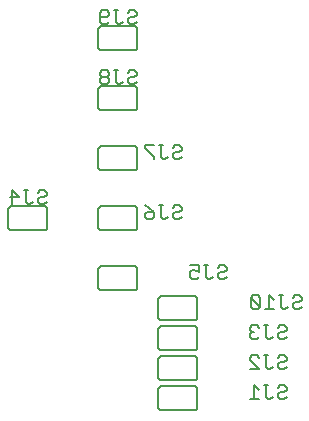
<source format=gbo>
G04 EAGLE Gerber RS-274X export*
G75*
%MOMM*%
%FSLAX34Y34*%
%LPD*%
%INSilkscreen Bottom*%
%IPPOS*%
%AMOC8*
5,1,8,0,0,1.08239X$1,22.5*%
G01*
%ADD10C,0.152400*%
%ADD11C,0.127000*%


D10*
X290830Y320040D02*
X318770Y320040D01*
X290830Y340360D02*
X290730Y340358D01*
X290631Y340352D01*
X290531Y340342D01*
X290433Y340329D01*
X290334Y340311D01*
X290237Y340290D01*
X290141Y340265D01*
X290045Y340236D01*
X289951Y340203D01*
X289858Y340167D01*
X289767Y340127D01*
X289677Y340083D01*
X289589Y340036D01*
X289503Y339986D01*
X289419Y339932D01*
X289337Y339875D01*
X289258Y339815D01*
X289180Y339751D01*
X289106Y339685D01*
X289034Y339616D01*
X288965Y339544D01*
X288899Y339470D01*
X288835Y339392D01*
X288775Y339313D01*
X288718Y339231D01*
X288664Y339147D01*
X288614Y339061D01*
X288567Y338973D01*
X288523Y338883D01*
X288483Y338792D01*
X288447Y338699D01*
X288414Y338605D01*
X288385Y338509D01*
X288360Y338413D01*
X288339Y338316D01*
X288321Y338217D01*
X288308Y338119D01*
X288298Y338019D01*
X288292Y337920D01*
X288290Y337820D01*
X318770Y340360D02*
X318870Y340358D01*
X318969Y340352D01*
X319069Y340342D01*
X319167Y340329D01*
X319266Y340311D01*
X319363Y340290D01*
X319459Y340265D01*
X319555Y340236D01*
X319649Y340203D01*
X319742Y340167D01*
X319833Y340127D01*
X319923Y340083D01*
X320011Y340036D01*
X320097Y339986D01*
X320181Y339932D01*
X320263Y339875D01*
X320342Y339815D01*
X320420Y339751D01*
X320494Y339685D01*
X320566Y339616D01*
X320635Y339544D01*
X320701Y339470D01*
X320765Y339392D01*
X320825Y339313D01*
X320882Y339231D01*
X320936Y339147D01*
X320986Y339061D01*
X321033Y338973D01*
X321077Y338883D01*
X321117Y338792D01*
X321153Y338699D01*
X321186Y338605D01*
X321215Y338509D01*
X321240Y338413D01*
X321261Y338316D01*
X321279Y338217D01*
X321292Y338119D01*
X321302Y338019D01*
X321308Y337920D01*
X321310Y337820D01*
X321310Y322580D02*
X321308Y322480D01*
X321302Y322381D01*
X321292Y322281D01*
X321279Y322183D01*
X321261Y322084D01*
X321240Y321987D01*
X321215Y321891D01*
X321186Y321795D01*
X321153Y321701D01*
X321117Y321608D01*
X321077Y321517D01*
X321033Y321427D01*
X320986Y321339D01*
X320936Y321253D01*
X320882Y321169D01*
X320825Y321087D01*
X320765Y321008D01*
X320701Y320930D01*
X320635Y320856D01*
X320566Y320784D01*
X320494Y320715D01*
X320420Y320649D01*
X320342Y320585D01*
X320263Y320525D01*
X320181Y320468D01*
X320097Y320414D01*
X320011Y320364D01*
X319923Y320317D01*
X319833Y320273D01*
X319742Y320233D01*
X319649Y320197D01*
X319555Y320164D01*
X319459Y320135D01*
X319363Y320110D01*
X319266Y320089D01*
X319167Y320071D01*
X319069Y320058D01*
X318969Y320048D01*
X318870Y320042D01*
X318770Y320040D01*
X290830Y320040D02*
X290730Y320042D01*
X290631Y320048D01*
X290531Y320058D01*
X290433Y320071D01*
X290334Y320089D01*
X290237Y320110D01*
X290141Y320135D01*
X290045Y320164D01*
X289951Y320197D01*
X289858Y320233D01*
X289767Y320273D01*
X289677Y320317D01*
X289589Y320364D01*
X289503Y320414D01*
X289419Y320468D01*
X289337Y320525D01*
X289258Y320585D01*
X289180Y320649D01*
X289106Y320715D01*
X289034Y320784D01*
X288965Y320856D01*
X288899Y320930D01*
X288835Y321008D01*
X288775Y321087D01*
X288718Y321169D01*
X288664Y321253D01*
X288614Y321339D01*
X288567Y321427D01*
X288523Y321517D01*
X288483Y321608D01*
X288447Y321701D01*
X288414Y321795D01*
X288385Y321891D01*
X288360Y321987D01*
X288339Y322084D01*
X288321Y322183D01*
X288308Y322281D01*
X288298Y322381D01*
X288292Y322480D01*
X288290Y322580D01*
X288290Y337820D01*
X321310Y337820D02*
X321310Y322580D01*
X318770Y340360D02*
X290830Y340360D01*
D11*
X389249Y339098D02*
X391155Y341005D01*
X394968Y341005D01*
X396875Y339098D01*
X396875Y337192D01*
X394968Y335285D01*
X391155Y335285D01*
X389249Y333378D01*
X389249Y331472D01*
X391155Y329565D01*
X394968Y329565D01*
X396875Y331472D01*
X385181Y331472D02*
X383274Y329565D01*
X381368Y329565D01*
X379461Y331472D01*
X379461Y341005D01*
X377555Y341005D02*
X381368Y341005D01*
X373487Y337192D02*
X369674Y341005D01*
X369674Y329565D01*
X373487Y329565D02*
X365861Y329565D01*
D10*
X318770Y345440D02*
X290830Y345440D01*
X288290Y363220D02*
X288292Y363320D01*
X288298Y363419D01*
X288308Y363519D01*
X288321Y363617D01*
X288339Y363716D01*
X288360Y363813D01*
X288385Y363909D01*
X288414Y364005D01*
X288447Y364099D01*
X288483Y364192D01*
X288523Y364283D01*
X288567Y364373D01*
X288614Y364461D01*
X288664Y364547D01*
X288718Y364631D01*
X288775Y364713D01*
X288835Y364792D01*
X288899Y364870D01*
X288965Y364944D01*
X289034Y365016D01*
X289106Y365085D01*
X289180Y365151D01*
X289258Y365215D01*
X289337Y365275D01*
X289419Y365332D01*
X289503Y365386D01*
X289589Y365436D01*
X289677Y365483D01*
X289767Y365527D01*
X289858Y365567D01*
X289951Y365603D01*
X290045Y365636D01*
X290141Y365665D01*
X290237Y365690D01*
X290334Y365711D01*
X290433Y365729D01*
X290531Y365742D01*
X290631Y365752D01*
X290730Y365758D01*
X290830Y365760D01*
X318770Y365760D02*
X318870Y365758D01*
X318969Y365752D01*
X319069Y365742D01*
X319167Y365729D01*
X319266Y365711D01*
X319363Y365690D01*
X319459Y365665D01*
X319555Y365636D01*
X319649Y365603D01*
X319742Y365567D01*
X319833Y365527D01*
X319923Y365483D01*
X320011Y365436D01*
X320097Y365386D01*
X320181Y365332D01*
X320263Y365275D01*
X320342Y365215D01*
X320420Y365151D01*
X320494Y365085D01*
X320566Y365016D01*
X320635Y364944D01*
X320701Y364870D01*
X320765Y364792D01*
X320825Y364713D01*
X320882Y364631D01*
X320936Y364547D01*
X320986Y364461D01*
X321033Y364373D01*
X321077Y364283D01*
X321117Y364192D01*
X321153Y364099D01*
X321186Y364005D01*
X321215Y363909D01*
X321240Y363813D01*
X321261Y363716D01*
X321279Y363617D01*
X321292Y363519D01*
X321302Y363419D01*
X321308Y363320D01*
X321310Y363220D01*
X321310Y347980D02*
X321308Y347880D01*
X321302Y347781D01*
X321292Y347681D01*
X321279Y347583D01*
X321261Y347484D01*
X321240Y347387D01*
X321215Y347291D01*
X321186Y347195D01*
X321153Y347101D01*
X321117Y347008D01*
X321077Y346917D01*
X321033Y346827D01*
X320986Y346739D01*
X320936Y346653D01*
X320882Y346569D01*
X320825Y346487D01*
X320765Y346408D01*
X320701Y346330D01*
X320635Y346256D01*
X320566Y346184D01*
X320494Y346115D01*
X320420Y346049D01*
X320342Y345985D01*
X320263Y345925D01*
X320181Y345868D01*
X320097Y345814D01*
X320011Y345764D01*
X319923Y345717D01*
X319833Y345673D01*
X319742Y345633D01*
X319649Y345597D01*
X319555Y345564D01*
X319459Y345535D01*
X319363Y345510D01*
X319266Y345489D01*
X319167Y345471D01*
X319069Y345458D01*
X318969Y345448D01*
X318870Y345442D01*
X318770Y345440D01*
X290830Y345440D02*
X290730Y345442D01*
X290631Y345448D01*
X290531Y345458D01*
X290433Y345471D01*
X290334Y345489D01*
X290237Y345510D01*
X290141Y345535D01*
X290045Y345564D01*
X289951Y345597D01*
X289858Y345633D01*
X289767Y345673D01*
X289677Y345717D01*
X289589Y345764D01*
X289503Y345814D01*
X289419Y345868D01*
X289337Y345925D01*
X289258Y345985D01*
X289180Y346049D01*
X289106Y346115D01*
X289034Y346184D01*
X288965Y346256D01*
X288899Y346330D01*
X288835Y346408D01*
X288775Y346487D01*
X288718Y346569D01*
X288664Y346653D01*
X288614Y346739D01*
X288567Y346827D01*
X288523Y346917D01*
X288483Y347008D01*
X288447Y347101D01*
X288414Y347195D01*
X288385Y347291D01*
X288360Y347387D01*
X288339Y347484D01*
X288321Y347583D01*
X288308Y347681D01*
X288298Y347781D01*
X288292Y347880D01*
X288290Y347980D01*
X288290Y363220D01*
X321310Y363220D02*
X321310Y347980D01*
X318770Y365760D02*
X290830Y365760D01*
D11*
X389249Y364498D02*
X391155Y366405D01*
X394968Y366405D01*
X396875Y364498D01*
X396875Y362592D01*
X394968Y360685D01*
X391155Y360685D01*
X389249Y358778D01*
X389249Y356872D01*
X391155Y354965D01*
X394968Y354965D01*
X396875Y356872D01*
X385181Y356872D02*
X383274Y354965D01*
X381368Y354965D01*
X379461Y356872D01*
X379461Y366405D01*
X377555Y366405D02*
X381368Y366405D01*
X373487Y354965D02*
X365861Y354965D01*
X373487Y354965D02*
X365861Y362592D01*
X365861Y364498D01*
X367767Y366405D01*
X371580Y366405D01*
X373487Y364498D01*
D10*
X318770Y370840D02*
X290830Y370840D01*
X288290Y388620D02*
X288292Y388720D01*
X288298Y388819D01*
X288308Y388919D01*
X288321Y389017D01*
X288339Y389116D01*
X288360Y389213D01*
X288385Y389309D01*
X288414Y389405D01*
X288447Y389499D01*
X288483Y389592D01*
X288523Y389683D01*
X288567Y389773D01*
X288614Y389861D01*
X288664Y389947D01*
X288718Y390031D01*
X288775Y390113D01*
X288835Y390192D01*
X288899Y390270D01*
X288965Y390344D01*
X289034Y390416D01*
X289106Y390485D01*
X289180Y390551D01*
X289258Y390615D01*
X289337Y390675D01*
X289419Y390732D01*
X289503Y390786D01*
X289589Y390836D01*
X289677Y390883D01*
X289767Y390927D01*
X289858Y390967D01*
X289951Y391003D01*
X290045Y391036D01*
X290141Y391065D01*
X290237Y391090D01*
X290334Y391111D01*
X290433Y391129D01*
X290531Y391142D01*
X290631Y391152D01*
X290730Y391158D01*
X290830Y391160D01*
X318770Y391160D02*
X318870Y391158D01*
X318969Y391152D01*
X319069Y391142D01*
X319167Y391129D01*
X319266Y391111D01*
X319363Y391090D01*
X319459Y391065D01*
X319555Y391036D01*
X319649Y391003D01*
X319742Y390967D01*
X319833Y390927D01*
X319923Y390883D01*
X320011Y390836D01*
X320097Y390786D01*
X320181Y390732D01*
X320263Y390675D01*
X320342Y390615D01*
X320420Y390551D01*
X320494Y390485D01*
X320566Y390416D01*
X320635Y390344D01*
X320701Y390270D01*
X320765Y390192D01*
X320825Y390113D01*
X320882Y390031D01*
X320936Y389947D01*
X320986Y389861D01*
X321033Y389773D01*
X321077Y389683D01*
X321117Y389592D01*
X321153Y389499D01*
X321186Y389405D01*
X321215Y389309D01*
X321240Y389213D01*
X321261Y389116D01*
X321279Y389017D01*
X321292Y388919D01*
X321302Y388819D01*
X321308Y388720D01*
X321310Y388620D01*
X321310Y373380D02*
X321308Y373280D01*
X321302Y373181D01*
X321292Y373081D01*
X321279Y372983D01*
X321261Y372884D01*
X321240Y372787D01*
X321215Y372691D01*
X321186Y372595D01*
X321153Y372501D01*
X321117Y372408D01*
X321077Y372317D01*
X321033Y372227D01*
X320986Y372139D01*
X320936Y372053D01*
X320882Y371969D01*
X320825Y371887D01*
X320765Y371808D01*
X320701Y371730D01*
X320635Y371656D01*
X320566Y371584D01*
X320494Y371515D01*
X320420Y371449D01*
X320342Y371385D01*
X320263Y371325D01*
X320181Y371268D01*
X320097Y371214D01*
X320011Y371164D01*
X319923Y371117D01*
X319833Y371073D01*
X319742Y371033D01*
X319649Y370997D01*
X319555Y370964D01*
X319459Y370935D01*
X319363Y370910D01*
X319266Y370889D01*
X319167Y370871D01*
X319069Y370858D01*
X318969Y370848D01*
X318870Y370842D01*
X318770Y370840D01*
X290830Y370840D02*
X290730Y370842D01*
X290631Y370848D01*
X290531Y370858D01*
X290433Y370871D01*
X290334Y370889D01*
X290237Y370910D01*
X290141Y370935D01*
X290045Y370964D01*
X289951Y370997D01*
X289858Y371033D01*
X289767Y371073D01*
X289677Y371117D01*
X289589Y371164D01*
X289503Y371214D01*
X289419Y371268D01*
X289337Y371325D01*
X289258Y371385D01*
X289180Y371449D01*
X289106Y371515D01*
X289034Y371584D01*
X288965Y371656D01*
X288899Y371730D01*
X288835Y371808D01*
X288775Y371887D01*
X288718Y371969D01*
X288664Y372053D01*
X288614Y372139D01*
X288567Y372227D01*
X288523Y372317D01*
X288483Y372408D01*
X288447Y372501D01*
X288414Y372595D01*
X288385Y372691D01*
X288360Y372787D01*
X288339Y372884D01*
X288321Y372983D01*
X288308Y373081D01*
X288298Y373181D01*
X288292Y373280D01*
X288290Y373380D01*
X288290Y388620D01*
X321310Y388620D02*
X321310Y373380D01*
X318770Y391160D02*
X290830Y391160D01*
D11*
X389249Y389898D02*
X391155Y391805D01*
X394968Y391805D01*
X396875Y389898D01*
X396875Y387992D01*
X394968Y386085D01*
X391155Y386085D01*
X389249Y384178D01*
X389249Y382272D01*
X391155Y380365D01*
X394968Y380365D01*
X396875Y382272D01*
X385181Y382272D02*
X383274Y380365D01*
X381368Y380365D01*
X379461Y382272D01*
X379461Y391805D01*
X377555Y391805D02*
X381368Y391805D01*
X373487Y389898D02*
X371580Y391805D01*
X367767Y391805D01*
X365861Y389898D01*
X365861Y387992D01*
X367767Y386085D01*
X369674Y386085D01*
X367767Y386085D02*
X365861Y384178D01*
X365861Y382272D01*
X367767Y380365D01*
X371580Y380365D01*
X373487Y382272D01*
D10*
X191770Y472440D02*
X163830Y472440D01*
X161290Y490220D02*
X161292Y490320D01*
X161298Y490419D01*
X161308Y490519D01*
X161321Y490617D01*
X161339Y490716D01*
X161360Y490813D01*
X161385Y490909D01*
X161414Y491005D01*
X161447Y491099D01*
X161483Y491192D01*
X161523Y491283D01*
X161567Y491373D01*
X161614Y491461D01*
X161664Y491547D01*
X161718Y491631D01*
X161775Y491713D01*
X161835Y491792D01*
X161899Y491870D01*
X161965Y491944D01*
X162034Y492016D01*
X162106Y492085D01*
X162180Y492151D01*
X162258Y492215D01*
X162337Y492275D01*
X162419Y492332D01*
X162503Y492386D01*
X162589Y492436D01*
X162677Y492483D01*
X162767Y492527D01*
X162858Y492567D01*
X162951Y492603D01*
X163045Y492636D01*
X163141Y492665D01*
X163237Y492690D01*
X163334Y492711D01*
X163433Y492729D01*
X163531Y492742D01*
X163631Y492752D01*
X163730Y492758D01*
X163830Y492760D01*
X191770Y492760D02*
X191870Y492758D01*
X191969Y492752D01*
X192069Y492742D01*
X192167Y492729D01*
X192266Y492711D01*
X192363Y492690D01*
X192459Y492665D01*
X192555Y492636D01*
X192649Y492603D01*
X192742Y492567D01*
X192833Y492527D01*
X192923Y492483D01*
X193011Y492436D01*
X193097Y492386D01*
X193181Y492332D01*
X193263Y492275D01*
X193342Y492215D01*
X193420Y492151D01*
X193494Y492085D01*
X193566Y492016D01*
X193635Y491944D01*
X193701Y491870D01*
X193765Y491792D01*
X193825Y491713D01*
X193882Y491631D01*
X193936Y491547D01*
X193986Y491461D01*
X194033Y491373D01*
X194077Y491283D01*
X194117Y491192D01*
X194153Y491099D01*
X194186Y491005D01*
X194215Y490909D01*
X194240Y490813D01*
X194261Y490716D01*
X194279Y490617D01*
X194292Y490519D01*
X194302Y490419D01*
X194308Y490320D01*
X194310Y490220D01*
X194310Y474980D02*
X194308Y474880D01*
X194302Y474781D01*
X194292Y474681D01*
X194279Y474583D01*
X194261Y474484D01*
X194240Y474387D01*
X194215Y474291D01*
X194186Y474195D01*
X194153Y474101D01*
X194117Y474008D01*
X194077Y473917D01*
X194033Y473827D01*
X193986Y473739D01*
X193936Y473653D01*
X193882Y473569D01*
X193825Y473487D01*
X193765Y473408D01*
X193701Y473330D01*
X193635Y473256D01*
X193566Y473184D01*
X193494Y473115D01*
X193420Y473049D01*
X193342Y472985D01*
X193263Y472925D01*
X193181Y472868D01*
X193097Y472814D01*
X193011Y472764D01*
X192923Y472717D01*
X192833Y472673D01*
X192742Y472633D01*
X192649Y472597D01*
X192555Y472564D01*
X192459Y472535D01*
X192363Y472510D01*
X192266Y472489D01*
X192167Y472471D01*
X192069Y472458D01*
X191969Y472448D01*
X191870Y472442D01*
X191770Y472440D01*
X163830Y472440D02*
X163730Y472442D01*
X163631Y472448D01*
X163531Y472458D01*
X163433Y472471D01*
X163334Y472489D01*
X163237Y472510D01*
X163141Y472535D01*
X163045Y472564D01*
X162951Y472597D01*
X162858Y472633D01*
X162767Y472673D01*
X162677Y472717D01*
X162589Y472764D01*
X162503Y472814D01*
X162419Y472868D01*
X162337Y472925D01*
X162258Y472985D01*
X162180Y473049D01*
X162106Y473115D01*
X162034Y473184D01*
X161965Y473256D01*
X161899Y473330D01*
X161835Y473408D01*
X161775Y473487D01*
X161718Y473569D01*
X161664Y473653D01*
X161614Y473739D01*
X161567Y473827D01*
X161523Y473917D01*
X161483Y474008D01*
X161447Y474101D01*
X161414Y474195D01*
X161385Y474291D01*
X161360Y474387D01*
X161339Y474484D01*
X161321Y474583D01*
X161308Y474681D01*
X161298Y474781D01*
X161292Y474880D01*
X161290Y474980D01*
X161290Y490220D01*
X194310Y490220D02*
X194310Y474980D01*
X191770Y492760D02*
X163830Y492760D01*
D11*
X186049Y504198D02*
X187955Y506105D01*
X191768Y506105D01*
X193675Y504198D01*
X193675Y502292D01*
X191768Y500385D01*
X187955Y500385D01*
X186049Y498478D01*
X186049Y496572D01*
X187955Y494665D01*
X191768Y494665D01*
X193675Y496572D01*
X181981Y496572D02*
X180074Y494665D01*
X178168Y494665D01*
X176261Y496572D01*
X176261Y506105D01*
X174355Y506105D02*
X178168Y506105D01*
X164567Y506105D02*
X164567Y494665D01*
X170287Y500385D02*
X164567Y506105D01*
X162661Y500385D02*
X170287Y500385D01*
D10*
X240030Y421640D02*
X267970Y421640D01*
X240030Y441960D02*
X239930Y441958D01*
X239831Y441952D01*
X239731Y441942D01*
X239633Y441929D01*
X239534Y441911D01*
X239437Y441890D01*
X239341Y441865D01*
X239245Y441836D01*
X239151Y441803D01*
X239058Y441767D01*
X238967Y441727D01*
X238877Y441683D01*
X238789Y441636D01*
X238703Y441586D01*
X238619Y441532D01*
X238537Y441475D01*
X238458Y441415D01*
X238380Y441351D01*
X238306Y441285D01*
X238234Y441216D01*
X238165Y441144D01*
X238099Y441070D01*
X238035Y440992D01*
X237975Y440913D01*
X237918Y440831D01*
X237864Y440747D01*
X237814Y440661D01*
X237767Y440573D01*
X237723Y440483D01*
X237683Y440392D01*
X237647Y440299D01*
X237614Y440205D01*
X237585Y440109D01*
X237560Y440013D01*
X237539Y439916D01*
X237521Y439817D01*
X237508Y439719D01*
X237498Y439619D01*
X237492Y439520D01*
X237490Y439420D01*
X267970Y441960D02*
X268070Y441958D01*
X268169Y441952D01*
X268269Y441942D01*
X268367Y441929D01*
X268466Y441911D01*
X268563Y441890D01*
X268659Y441865D01*
X268755Y441836D01*
X268849Y441803D01*
X268942Y441767D01*
X269033Y441727D01*
X269123Y441683D01*
X269211Y441636D01*
X269297Y441586D01*
X269381Y441532D01*
X269463Y441475D01*
X269542Y441415D01*
X269620Y441351D01*
X269694Y441285D01*
X269766Y441216D01*
X269835Y441144D01*
X269901Y441070D01*
X269965Y440992D01*
X270025Y440913D01*
X270082Y440831D01*
X270136Y440747D01*
X270186Y440661D01*
X270233Y440573D01*
X270277Y440483D01*
X270317Y440392D01*
X270353Y440299D01*
X270386Y440205D01*
X270415Y440109D01*
X270440Y440013D01*
X270461Y439916D01*
X270479Y439817D01*
X270492Y439719D01*
X270502Y439619D01*
X270508Y439520D01*
X270510Y439420D01*
X270510Y424180D02*
X270508Y424080D01*
X270502Y423981D01*
X270492Y423881D01*
X270479Y423783D01*
X270461Y423684D01*
X270440Y423587D01*
X270415Y423491D01*
X270386Y423395D01*
X270353Y423301D01*
X270317Y423208D01*
X270277Y423117D01*
X270233Y423027D01*
X270186Y422939D01*
X270136Y422853D01*
X270082Y422769D01*
X270025Y422687D01*
X269965Y422608D01*
X269901Y422530D01*
X269835Y422456D01*
X269766Y422384D01*
X269694Y422315D01*
X269620Y422249D01*
X269542Y422185D01*
X269463Y422125D01*
X269381Y422068D01*
X269297Y422014D01*
X269211Y421964D01*
X269123Y421917D01*
X269033Y421873D01*
X268942Y421833D01*
X268849Y421797D01*
X268755Y421764D01*
X268659Y421735D01*
X268563Y421710D01*
X268466Y421689D01*
X268367Y421671D01*
X268269Y421658D01*
X268169Y421648D01*
X268070Y421642D01*
X267970Y421640D01*
X240030Y421640D02*
X239930Y421642D01*
X239831Y421648D01*
X239731Y421658D01*
X239633Y421671D01*
X239534Y421689D01*
X239437Y421710D01*
X239341Y421735D01*
X239245Y421764D01*
X239151Y421797D01*
X239058Y421833D01*
X238967Y421873D01*
X238877Y421917D01*
X238789Y421964D01*
X238703Y422014D01*
X238619Y422068D01*
X238537Y422125D01*
X238458Y422185D01*
X238380Y422249D01*
X238306Y422315D01*
X238234Y422384D01*
X238165Y422456D01*
X238099Y422530D01*
X238035Y422608D01*
X237975Y422687D01*
X237918Y422769D01*
X237864Y422853D01*
X237814Y422939D01*
X237767Y423027D01*
X237723Y423117D01*
X237683Y423208D01*
X237647Y423301D01*
X237614Y423395D01*
X237585Y423491D01*
X237560Y423587D01*
X237539Y423684D01*
X237521Y423783D01*
X237508Y423881D01*
X237498Y423981D01*
X237492Y424080D01*
X237490Y424180D01*
X237490Y439420D01*
X270510Y439420D02*
X270510Y424180D01*
X267970Y441960D02*
X240030Y441960D01*
D11*
X338449Y440698D02*
X340355Y442605D01*
X344168Y442605D01*
X346075Y440698D01*
X346075Y438792D01*
X344168Y436885D01*
X340355Y436885D01*
X338449Y434978D01*
X338449Y433072D01*
X340355Y431165D01*
X344168Y431165D01*
X346075Y433072D01*
X334381Y433072D02*
X332474Y431165D01*
X330568Y431165D01*
X328661Y433072D01*
X328661Y442605D01*
X326755Y442605D02*
X330568Y442605D01*
X322687Y442605D02*
X315061Y442605D01*
X322687Y442605D02*
X322687Y436885D01*
X318874Y438792D01*
X316967Y438792D01*
X315061Y436885D01*
X315061Y433072D01*
X316967Y431165D01*
X320780Y431165D01*
X322687Y433072D01*
D10*
X267970Y472440D02*
X240030Y472440D01*
X237490Y490220D02*
X237492Y490320D01*
X237498Y490419D01*
X237508Y490519D01*
X237521Y490617D01*
X237539Y490716D01*
X237560Y490813D01*
X237585Y490909D01*
X237614Y491005D01*
X237647Y491099D01*
X237683Y491192D01*
X237723Y491283D01*
X237767Y491373D01*
X237814Y491461D01*
X237864Y491547D01*
X237918Y491631D01*
X237975Y491713D01*
X238035Y491792D01*
X238099Y491870D01*
X238165Y491944D01*
X238234Y492016D01*
X238306Y492085D01*
X238380Y492151D01*
X238458Y492215D01*
X238537Y492275D01*
X238619Y492332D01*
X238703Y492386D01*
X238789Y492436D01*
X238877Y492483D01*
X238967Y492527D01*
X239058Y492567D01*
X239151Y492603D01*
X239245Y492636D01*
X239341Y492665D01*
X239437Y492690D01*
X239534Y492711D01*
X239633Y492729D01*
X239731Y492742D01*
X239831Y492752D01*
X239930Y492758D01*
X240030Y492760D01*
X267970Y492760D02*
X268070Y492758D01*
X268169Y492752D01*
X268269Y492742D01*
X268367Y492729D01*
X268466Y492711D01*
X268563Y492690D01*
X268659Y492665D01*
X268755Y492636D01*
X268849Y492603D01*
X268942Y492567D01*
X269033Y492527D01*
X269123Y492483D01*
X269211Y492436D01*
X269297Y492386D01*
X269381Y492332D01*
X269463Y492275D01*
X269542Y492215D01*
X269620Y492151D01*
X269694Y492085D01*
X269766Y492016D01*
X269835Y491944D01*
X269901Y491870D01*
X269965Y491792D01*
X270025Y491713D01*
X270082Y491631D01*
X270136Y491547D01*
X270186Y491461D01*
X270233Y491373D01*
X270277Y491283D01*
X270317Y491192D01*
X270353Y491099D01*
X270386Y491005D01*
X270415Y490909D01*
X270440Y490813D01*
X270461Y490716D01*
X270479Y490617D01*
X270492Y490519D01*
X270502Y490419D01*
X270508Y490320D01*
X270510Y490220D01*
X270510Y474980D02*
X270508Y474880D01*
X270502Y474781D01*
X270492Y474681D01*
X270479Y474583D01*
X270461Y474484D01*
X270440Y474387D01*
X270415Y474291D01*
X270386Y474195D01*
X270353Y474101D01*
X270317Y474008D01*
X270277Y473917D01*
X270233Y473827D01*
X270186Y473739D01*
X270136Y473653D01*
X270082Y473569D01*
X270025Y473487D01*
X269965Y473408D01*
X269901Y473330D01*
X269835Y473256D01*
X269766Y473184D01*
X269694Y473115D01*
X269620Y473049D01*
X269542Y472985D01*
X269463Y472925D01*
X269381Y472868D01*
X269297Y472814D01*
X269211Y472764D01*
X269123Y472717D01*
X269033Y472673D01*
X268942Y472633D01*
X268849Y472597D01*
X268755Y472564D01*
X268659Y472535D01*
X268563Y472510D01*
X268466Y472489D01*
X268367Y472471D01*
X268269Y472458D01*
X268169Y472448D01*
X268070Y472442D01*
X267970Y472440D01*
X240030Y472440D02*
X239930Y472442D01*
X239831Y472448D01*
X239731Y472458D01*
X239633Y472471D01*
X239534Y472489D01*
X239437Y472510D01*
X239341Y472535D01*
X239245Y472564D01*
X239151Y472597D01*
X239058Y472633D01*
X238967Y472673D01*
X238877Y472717D01*
X238789Y472764D01*
X238703Y472814D01*
X238619Y472868D01*
X238537Y472925D01*
X238458Y472985D01*
X238380Y473049D01*
X238306Y473115D01*
X238234Y473184D01*
X238165Y473256D01*
X238099Y473330D01*
X238035Y473408D01*
X237975Y473487D01*
X237918Y473569D01*
X237864Y473653D01*
X237814Y473739D01*
X237767Y473827D01*
X237723Y473917D01*
X237683Y474008D01*
X237647Y474101D01*
X237614Y474195D01*
X237585Y474291D01*
X237560Y474387D01*
X237539Y474484D01*
X237521Y474583D01*
X237508Y474681D01*
X237498Y474781D01*
X237492Y474880D01*
X237490Y474980D01*
X237490Y490220D01*
X270510Y490220D02*
X270510Y474980D01*
X267970Y492760D02*
X240030Y492760D01*
D11*
X300349Y491498D02*
X302255Y493405D01*
X306068Y493405D01*
X307975Y491498D01*
X307975Y489592D01*
X306068Y487685D01*
X302255Y487685D01*
X300349Y485778D01*
X300349Y483872D01*
X302255Y481965D01*
X306068Y481965D01*
X307975Y483872D01*
X296281Y483872D02*
X294374Y481965D01*
X292468Y481965D01*
X290561Y483872D01*
X290561Y493405D01*
X288655Y493405D02*
X292468Y493405D01*
X280774Y491498D02*
X276961Y493405D01*
X280774Y491498D02*
X284587Y487685D01*
X284587Y483872D01*
X282680Y481965D01*
X278867Y481965D01*
X276961Y483872D01*
X276961Y485778D01*
X278867Y487685D01*
X284587Y487685D01*
D10*
X267970Y523240D02*
X240030Y523240D01*
X237490Y541020D02*
X237492Y541120D01*
X237498Y541219D01*
X237508Y541319D01*
X237521Y541417D01*
X237539Y541516D01*
X237560Y541613D01*
X237585Y541709D01*
X237614Y541805D01*
X237647Y541899D01*
X237683Y541992D01*
X237723Y542083D01*
X237767Y542173D01*
X237814Y542261D01*
X237864Y542347D01*
X237918Y542431D01*
X237975Y542513D01*
X238035Y542592D01*
X238099Y542670D01*
X238165Y542744D01*
X238234Y542816D01*
X238306Y542885D01*
X238380Y542951D01*
X238458Y543015D01*
X238537Y543075D01*
X238619Y543132D01*
X238703Y543186D01*
X238789Y543236D01*
X238877Y543283D01*
X238967Y543327D01*
X239058Y543367D01*
X239151Y543403D01*
X239245Y543436D01*
X239341Y543465D01*
X239437Y543490D01*
X239534Y543511D01*
X239633Y543529D01*
X239731Y543542D01*
X239831Y543552D01*
X239930Y543558D01*
X240030Y543560D01*
X267970Y543560D02*
X268070Y543558D01*
X268169Y543552D01*
X268269Y543542D01*
X268367Y543529D01*
X268466Y543511D01*
X268563Y543490D01*
X268659Y543465D01*
X268755Y543436D01*
X268849Y543403D01*
X268942Y543367D01*
X269033Y543327D01*
X269123Y543283D01*
X269211Y543236D01*
X269297Y543186D01*
X269381Y543132D01*
X269463Y543075D01*
X269542Y543015D01*
X269620Y542951D01*
X269694Y542885D01*
X269766Y542816D01*
X269835Y542744D01*
X269901Y542670D01*
X269965Y542592D01*
X270025Y542513D01*
X270082Y542431D01*
X270136Y542347D01*
X270186Y542261D01*
X270233Y542173D01*
X270277Y542083D01*
X270317Y541992D01*
X270353Y541899D01*
X270386Y541805D01*
X270415Y541709D01*
X270440Y541613D01*
X270461Y541516D01*
X270479Y541417D01*
X270492Y541319D01*
X270502Y541219D01*
X270508Y541120D01*
X270510Y541020D01*
X270510Y525780D02*
X270508Y525680D01*
X270502Y525581D01*
X270492Y525481D01*
X270479Y525383D01*
X270461Y525284D01*
X270440Y525187D01*
X270415Y525091D01*
X270386Y524995D01*
X270353Y524901D01*
X270317Y524808D01*
X270277Y524717D01*
X270233Y524627D01*
X270186Y524539D01*
X270136Y524453D01*
X270082Y524369D01*
X270025Y524287D01*
X269965Y524208D01*
X269901Y524130D01*
X269835Y524056D01*
X269766Y523984D01*
X269694Y523915D01*
X269620Y523849D01*
X269542Y523785D01*
X269463Y523725D01*
X269381Y523668D01*
X269297Y523614D01*
X269211Y523564D01*
X269123Y523517D01*
X269033Y523473D01*
X268942Y523433D01*
X268849Y523397D01*
X268755Y523364D01*
X268659Y523335D01*
X268563Y523310D01*
X268466Y523289D01*
X268367Y523271D01*
X268269Y523258D01*
X268169Y523248D01*
X268070Y523242D01*
X267970Y523240D01*
X240030Y523240D02*
X239930Y523242D01*
X239831Y523248D01*
X239731Y523258D01*
X239633Y523271D01*
X239534Y523289D01*
X239437Y523310D01*
X239341Y523335D01*
X239245Y523364D01*
X239151Y523397D01*
X239058Y523433D01*
X238967Y523473D01*
X238877Y523517D01*
X238789Y523564D01*
X238703Y523614D01*
X238619Y523668D01*
X238537Y523725D01*
X238458Y523785D01*
X238380Y523849D01*
X238306Y523915D01*
X238234Y523984D01*
X238165Y524056D01*
X238099Y524130D01*
X238035Y524208D01*
X237975Y524287D01*
X237918Y524369D01*
X237864Y524453D01*
X237814Y524539D01*
X237767Y524627D01*
X237723Y524717D01*
X237683Y524808D01*
X237647Y524901D01*
X237614Y524995D01*
X237585Y525091D01*
X237560Y525187D01*
X237539Y525284D01*
X237521Y525383D01*
X237508Y525481D01*
X237498Y525581D01*
X237492Y525680D01*
X237490Y525780D01*
X237490Y541020D01*
X270510Y541020D02*
X270510Y525780D01*
X267970Y543560D02*
X240030Y543560D01*
D11*
X300349Y542298D02*
X302255Y544205D01*
X306068Y544205D01*
X307975Y542298D01*
X307975Y540392D01*
X306068Y538485D01*
X302255Y538485D01*
X300349Y536578D01*
X300349Y534672D01*
X302255Y532765D01*
X306068Y532765D01*
X307975Y534672D01*
X296281Y534672D02*
X294374Y532765D01*
X292468Y532765D01*
X290561Y534672D01*
X290561Y544205D01*
X288655Y544205D02*
X292468Y544205D01*
X284587Y544205D02*
X276961Y544205D01*
X276961Y542298D01*
X284587Y534672D01*
X284587Y532765D01*
D10*
X267970Y574040D02*
X240030Y574040D01*
X237490Y591820D02*
X237492Y591920D01*
X237498Y592019D01*
X237508Y592119D01*
X237521Y592217D01*
X237539Y592316D01*
X237560Y592413D01*
X237585Y592509D01*
X237614Y592605D01*
X237647Y592699D01*
X237683Y592792D01*
X237723Y592883D01*
X237767Y592973D01*
X237814Y593061D01*
X237864Y593147D01*
X237918Y593231D01*
X237975Y593313D01*
X238035Y593392D01*
X238099Y593470D01*
X238165Y593544D01*
X238234Y593616D01*
X238306Y593685D01*
X238380Y593751D01*
X238458Y593815D01*
X238537Y593875D01*
X238619Y593932D01*
X238703Y593986D01*
X238789Y594036D01*
X238877Y594083D01*
X238967Y594127D01*
X239058Y594167D01*
X239151Y594203D01*
X239245Y594236D01*
X239341Y594265D01*
X239437Y594290D01*
X239534Y594311D01*
X239633Y594329D01*
X239731Y594342D01*
X239831Y594352D01*
X239930Y594358D01*
X240030Y594360D01*
X267970Y594360D02*
X268070Y594358D01*
X268169Y594352D01*
X268269Y594342D01*
X268367Y594329D01*
X268466Y594311D01*
X268563Y594290D01*
X268659Y594265D01*
X268755Y594236D01*
X268849Y594203D01*
X268942Y594167D01*
X269033Y594127D01*
X269123Y594083D01*
X269211Y594036D01*
X269297Y593986D01*
X269381Y593932D01*
X269463Y593875D01*
X269542Y593815D01*
X269620Y593751D01*
X269694Y593685D01*
X269766Y593616D01*
X269835Y593544D01*
X269901Y593470D01*
X269965Y593392D01*
X270025Y593313D01*
X270082Y593231D01*
X270136Y593147D01*
X270186Y593061D01*
X270233Y592973D01*
X270277Y592883D01*
X270317Y592792D01*
X270353Y592699D01*
X270386Y592605D01*
X270415Y592509D01*
X270440Y592413D01*
X270461Y592316D01*
X270479Y592217D01*
X270492Y592119D01*
X270502Y592019D01*
X270508Y591920D01*
X270510Y591820D01*
X270510Y576580D02*
X270508Y576480D01*
X270502Y576381D01*
X270492Y576281D01*
X270479Y576183D01*
X270461Y576084D01*
X270440Y575987D01*
X270415Y575891D01*
X270386Y575795D01*
X270353Y575701D01*
X270317Y575608D01*
X270277Y575517D01*
X270233Y575427D01*
X270186Y575339D01*
X270136Y575253D01*
X270082Y575169D01*
X270025Y575087D01*
X269965Y575008D01*
X269901Y574930D01*
X269835Y574856D01*
X269766Y574784D01*
X269694Y574715D01*
X269620Y574649D01*
X269542Y574585D01*
X269463Y574525D01*
X269381Y574468D01*
X269297Y574414D01*
X269211Y574364D01*
X269123Y574317D01*
X269033Y574273D01*
X268942Y574233D01*
X268849Y574197D01*
X268755Y574164D01*
X268659Y574135D01*
X268563Y574110D01*
X268466Y574089D01*
X268367Y574071D01*
X268269Y574058D01*
X268169Y574048D01*
X268070Y574042D01*
X267970Y574040D01*
X240030Y574040D02*
X239930Y574042D01*
X239831Y574048D01*
X239731Y574058D01*
X239633Y574071D01*
X239534Y574089D01*
X239437Y574110D01*
X239341Y574135D01*
X239245Y574164D01*
X239151Y574197D01*
X239058Y574233D01*
X238967Y574273D01*
X238877Y574317D01*
X238789Y574364D01*
X238703Y574414D01*
X238619Y574468D01*
X238537Y574525D01*
X238458Y574585D01*
X238380Y574649D01*
X238306Y574715D01*
X238234Y574784D01*
X238165Y574856D01*
X238099Y574930D01*
X238035Y575008D01*
X237975Y575087D01*
X237918Y575169D01*
X237864Y575253D01*
X237814Y575339D01*
X237767Y575427D01*
X237723Y575517D01*
X237683Y575608D01*
X237647Y575701D01*
X237614Y575795D01*
X237585Y575891D01*
X237560Y575987D01*
X237539Y576084D01*
X237521Y576183D01*
X237508Y576281D01*
X237498Y576381D01*
X237492Y576480D01*
X237490Y576580D01*
X237490Y591820D01*
X270510Y591820D02*
X270510Y576580D01*
X267970Y594360D02*
X240030Y594360D01*
D11*
X262249Y605798D02*
X264155Y607705D01*
X267968Y607705D01*
X269875Y605798D01*
X269875Y603892D01*
X267968Y601985D01*
X264155Y601985D01*
X262249Y600078D01*
X262249Y598172D01*
X264155Y596265D01*
X267968Y596265D01*
X269875Y598172D01*
X258181Y598172D02*
X256274Y596265D01*
X254368Y596265D01*
X252461Y598172D01*
X252461Y607705D01*
X250555Y607705D02*
X254368Y607705D01*
X246487Y605798D02*
X244580Y607705D01*
X240767Y607705D01*
X238861Y605798D01*
X238861Y603892D01*
X240767Y601985D01*
X238861Y600078D01*
X238861Y598172D01*
X240767Y596265D01*
X244580Y596265D01*
X246487Y598172D01*
X246487Y600078D01*
X244580Y601985D01*
X246487Y603892D01*
X246487Y605798D01*
X244580Y601985D02*
X240767Y601985D01*
D10*
X240030Y624840D02*
X267970Y624840D01*
X240030Y645160D02*
X239930Y645158D01*
X239831Y645152D01*
X239731Y645142D01*
X239633Y645129D01*
X239534Y645111D01*
X239437Y645090D01*
X239341Y645065D01*
X239245Y645036D01*
X239151Y645003D01*
X239058Y644967D01*
X238967Y644927D01*
X238877Y644883D01*
X238789Y644836D01*
X238703Y644786D01*
X238619Y644732D01*
X238537Y644675D01*
X238458Y644615D01*
X238380Y644551D01*
X238306Y644485D01*
X238234Y644416D01*
X238165Y644344D01*
X238099Y644270D01*
X238035Y644192D01*
X237975Y644113D01*
X237918Y644031D01*
X237864Y643947D01*
X237814Y643861D01*
X237767Y643773D01*
X237723Y643683D01*
X237683Y643592D01*
X237647Y643499D01*
X237614Y643405D01*
X237585Y643309D01*
X237560Y643213D01*
X237539Y643116D01*
X237521Y643017D01*
X237508Y642919D01*
X237498Y642819D01*
X237492Y642720D01*
X237490Y642620D01*
X267970Y645160D02*
X268070Y645158D01*
X268169Y645152D01*
X268269Y645142D01*
X268367Y645129D01*
X268466Y645111D01*
X268563Y645090D01*
X268659Y645065D01*
X268755Y645036D01*
X268849Y645003D01*
X268942Y644967D01*
X269033Y644927D01*
X269123Y644883D01*
X269211Y644836D01*
X269297Y644786D01*
X269381Y644732D01*
X269463Y644675D01*
X269542Y644615D01*
X269620Y644551D01*
X269694Y644485D01*
X269766Y644416D01*
X269835Y644344D01*
X269901Y644270D01*
X269965Y644192D01*
X270025Y644113D01*
X270082Y644031D01*
X270136Y643947D01*
X270186Y643861D01*
X270233Y643773D01*
X270277Y643683D01*
X270317Y643592D01*
X270353Y643499D01*
X270386Y643405D01*
X270415Y643309D01*
X270440Y643213D01*
X270461Y643116D01*
X270479Y643017D01*
X270492Y642919D01*
X270502Y642819D01*
X270508Y642720D01*
X270510Y642620D01*
X270510Y627380D02*
X270508Y627280D01*
X270502Y627181D01*
X270492Y627081D01*
X270479Y626983D01*
X270461Y626884D01*
X270440Y626787D01*
X270415Y626691D01*
X270386Y626595D01*
X270353Y626501D01*
X270317Y626408D01*
X270277Y626317D01*
X270233Y626227D01*
X270186Y626139D01*
X270136Y626053D01*
X270082Y625969D01*
X270025Y625887D01*
X269965Y625808D01*
X269901Y625730D01*
X269835Y625656D01*
X269766Y625584D01*
X269694Y625515D01*
X269620Y625449D01*
X269542Y625385D01*
X269463Y625325D01*
X269381Y625268D01*
X269297Y625214D01*
X269211Y625164D01*
X269123Y625117D01*
X269033Y625073D01*
X268942Y625033D01*
X268849Y624997D01*
X268755Y624964D01*
X268659Y624935D01*
X268563Y624910D01*
X268466Y624889D01*
X268367Y624871D01*
X268269Y624858D01*
X268169Y624848D01*
X268070Y624842D01*
X267970Y624840D01*
X240030Y624840D02*
X239930Y624842D01*
X239831Y624848D01*
X239731Y624858D01*
X239633Y624871D01*
X239534Y624889D01*
X239437Y624910D01*
X239341Y624935D01*
X239245Y624964D01*
X239151Y624997D01*
X239058Y625033D01*
X238967Y625073D01*
X238877Y625117D01*
X238789Y625164D01*
X238703Y625214D01*
X238619Y625268D01*
X238537Y625325D01*
X238458Y625385D01*
X238380Y625449D01*
X238306Y625515D01*
X238234Y625584D01*
X238165Y625656D01*
X238099Y625730D01*
X238035Y625808D01*
X237975Y625887D01*
X237918Y625969D01*
X237864Y626053D01*
X237814Y626139D01*
X237767Y626227D01*
X237723Y626317D01*
X237683Y626408D01*
X237647Y626501D01*
X237614Y626595D01*
X237585Y626691D01*
X237560Y626787D01*
X237539Y626884D01*
X237521Y626983D01*
X237508Y627081D01*
X237498Y627181D01*
X237492Y627280D01*
X237490Y627380D01*
X237490Y642620D01*
X270510Y642620D02*
X270510Y627380D01*
X267970Y645160D02*
X240030Y645160D01*
D11*
X262249Y656598D02*
X264155Y658505D01*
X267968Y658505D01*
X269875Y656598D01*
X269875Y654692D01*
X267968Y652785D01*
X264155Y652785D01*
X262249Y650878D01*
X262249Y648972D01*
X264155Y647065D01*
X267968Y647065D01*
X269875Y648972D01*
X258181Y648972D02*
X256274Y647065D01*
X254368Y647065D01*
X252461Y648972D01*
X252461Y658505D01*
X250555Y658505D02*
X254368Y658505D01*
X246487Y648972D02*
X244580Y647065D01*
X240767Y647065D01*
X238861Y648972D01*
X238861Y656598D01*
X240767Y658505D01*
X244580Y658505D01*
X246487Y656598D01*
X246487Y654692D01*
X244580Y652785D01*
X238861Y652785D01*
D10*
X290830Y396240D02*
X318770Y396240D01*
X290830Y416560D02*
X290730Y416558D01*
X290631Y416552D01*
X290531Y416542D01*
X290433Y416529D01*
X290334Y416511D01*
X290237Y416490D01*
X290141Y416465D01*
X290045Y416436D01*
X289951Y416403D01*
X289858Y416367D01*
X289767Y416327D01*
X289677Y416283D01*
X289589Y416236D01*
X289503Y416186D01*
X289419Y416132D01*
X289337Y416075D01*
X289258Y416015D01*
X289180Y415951D01*
X289106Y415885D01*
X289034Y415816D01*
X288965Y415744D01*
X288899Y415670D01*
X288835Y415592D01*
X288775Y415513D01*
X288718Y415431D01*
X288664Y415347D01*
X288614Y415261D01*
X288567Y415173D01*
X288523Y415083D01*
X288483Y414992D01*
X288447Y414899D01*
X288414Y414805D01*
X288385Y414709D01*
X288360Y414613D01*
X288339Y414516D01*
X288321Y414417D01*
X288308Y414319D01*
X288298Y414219D01*
X288292Y414120D01*
X288290Y414020D01*
X318770Y416560D02*
X318870Y416558D01*
X318969Y416552D01*
X319069Y416542D01*
X319167Y416529D01*
X319266Y416511D01*
X319363Y416490D01*
X319459Y416465D01*
X319555Y416436D01*
X319649Y416403D01*
X319742Y416367D01*
X319833Y416327D01*
X319923Y416283D01*
X320011Y416236D01*
X320097Y416186D01*
X320181Y416132D01*
X320263Y416075D01*
X320342Y416015D01*
X320420Y415951D01*
X320494Y415885D01*
X320566Y415816D01*
X320635Y415744D01*
X320701Y415670D01*
X320765Y415592D01*
X320825Y415513D01*
X320882Y415431D01*
X320936Y415347D01*
X320986Y415261D01*
X321033Y415173D01*
X321077Y415083D01*
X321117Y414992D01*
X321153Y414899D01*
X321186Y414805D01*
X321215Y414709D01*
X321240Y414613D01*
X321261Y414516D01*
X321279Y414417D01*
X321292Y414319D01*
X321302Y414219D01*
X321308Y414120D01*
X321310Y414020D01*
X321310Y398780D02*
X321308Y398680D01*
X321302Y398581D01*
X321292Y398481D01*
X321279Y398383D01*
X321261Y398284D01*
X321240Y398187D01*
X321215Y398091D01*
X321186Y397995D01*
X321153Y397901D01*
X321117Y397808D01*
X321077Y397717D01*
X321033Y397627D01*
X320986Y397539D01*
X320936Y397453D01*
X320882Y397369D01*
X320825Y397287D01*
X320765Y397208D01*
X320701Y397130D01*
X320635Y397056D01*
X320566Y396984D01*
X320494Y396915D01*
X320420Y396849D01*
X320342Y396785D01*
X320263Y396725D01*
X320181Y396668D01*
X320097Y396614D01*
X320011Y396564D01*
X319923Y396517D01*
X319833Y396473D01*
X319742Y396433D01*
X319649Y396397D01*
X319555Y396364D01*
X319459Y396335D01*
X319363Y396310D01*
X319266Y396289D01*
X319167Y396271D01*
X319069Y396258D01*
X318969Y396248D01*
X318870Y396242D01*
X318770Y396240D01*
X290830Y396240D02*
X290730Y396242D01*
X290631Y396248D01*
X290531Y396258D01*
X290433Y396271D01*
X290334Y396289D01*
X290237Y396310D01*
X290141Y396335D01*
X290045Y396364D01*
X289951Y396397D01*
X289858Y396433D01*
X289767Y396473D01*
X289677Y396517D01*
X289589Y396564D01*
X289503Y396614D01*
X289419Y396668D01*
X289337Y396725D01*
X289258Y396785D01*
X289180Y396849D01*
X289106Y396915D01*
X289034Y396984D01*
X288965Y397056D01*
X288899Y397130D01*
X288835Y397208D01*
X288775Y397287D01*
X288718Y397369D01*
X288664Y397453D01*
X288614Y397539D01*
X288567Y397627D01*
X288523Y397717D01*
X288483Y397808D01*
X288447Y397901D01*
X288414Y397995D01*
X288385Y398091D01*
X288360Y398187D01*
X288339Y398284D01*
X288321Y398383D01*
X288308Y398481D01*
X288298Y398581D01*
X288292Y398680D01*
X288290Y398780D01*
X288290Y414020D01*
X321310Y414020D02*
X321310Y398780D01*
X318770Y416560D02*
X290830Y416560D01*
D11*
X401949Y415298D02*
X403855Y417205D01*
X407668Y417205D01*
X409575Y415298D01*
X409575Y413392D01*
X407668Y411485D01*
X403855Y411485D01*
X401949Y409578D01*
X401949Y407672D01*
X403855Y405765D01*
X407668Y405765D01*
X409575Y407672D01*
X397881Y407672D02*
X395974Y405765D01*
X394068Y405765D01*
X392161Y407672D01*
X392161Y417205D01*
X390255Y417205D02*
X394068Y417205D01*
X386187Y413392D02*
X382374Y417205D01*
X382374Y405765D01*
X386187Y405765D02*
X378561Y405765D01*
X374493Y407672D02*
X374493Y415298D01*
X372586Y417205D01*
X368773Y417205D01*
X366867Y415298D01*
X366867Y407672D01*
X368773Y405765D01*
X372586Y405765D01*
X374493Y407672D01*
X366867Y415298D01*
M02*

</source>
